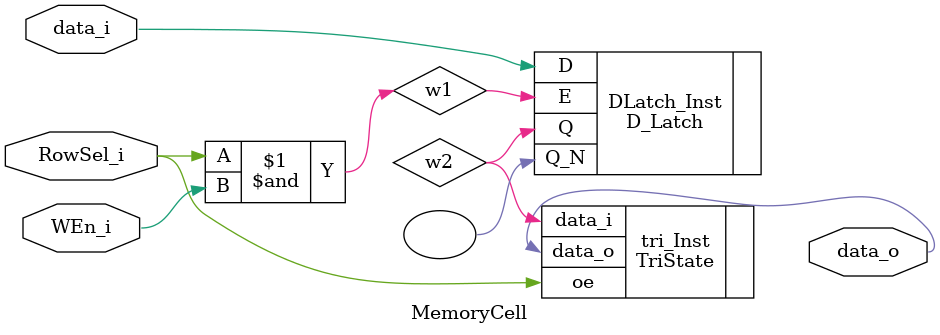
<source format=v>
module MemoryCell(RowSel_i, data_i, data_o, WEn_i);
	input RowSel_i, data_i, WEn_i;
	output data_o;
	
	// Internal wires declaration
	wire w1, w2;
	
	TriState tri_Inst(
		.data_i(w2),
		.oe(RowSel_i),
		.data_o(data_o)
	);
	
	and(w1, RowSel_i, WEn_i);
	
	D_Latch DLatch_Inst(
		.D(data_i),
		.E(w1),
		.Q(w2),
		.Q_N()
	);
endmodule
</source>
